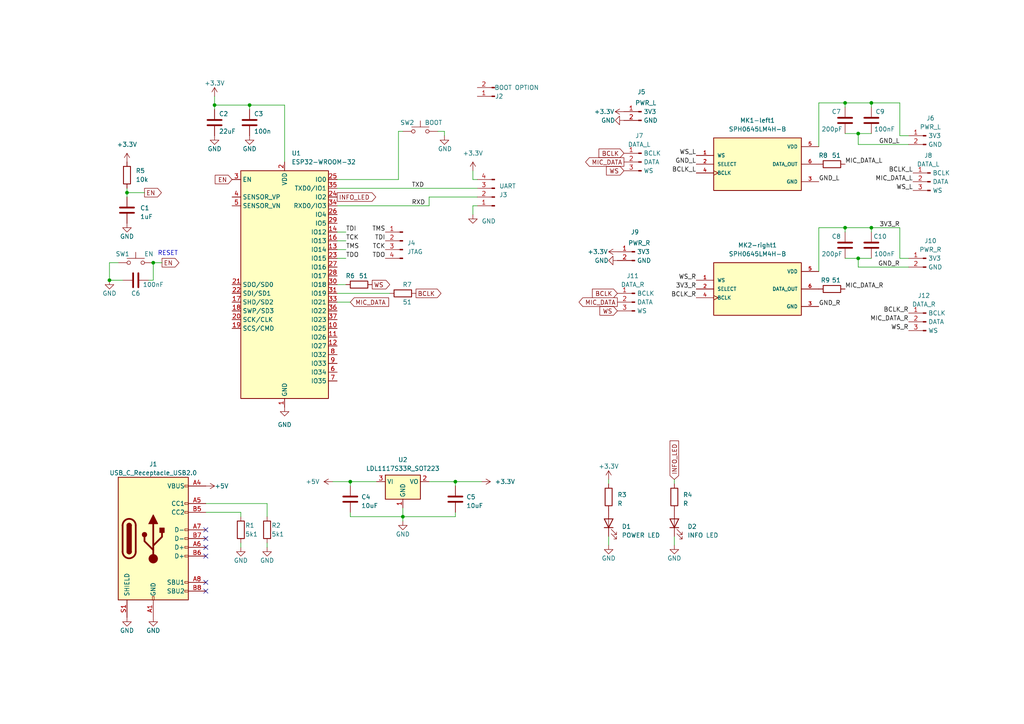
<source format=kicad_sch>
(kicad_sch (version 20230121) (generator eeschema)
  (paper "A4")
  (title_block (title "Acoustic Detection") (date "2023-04-10") (company "CTU FEL, Department of Measurement"))
  (lib_symbols
    (symbol "AcousticDetection_extras:DataConnector" (pin_names (offset 1.5)) (in_bom no)
      (property "Reference" "J" (at 0 10.16 0))
      (property "Value" "DataConnector" (at 0 7.62 0))
      (symbol "DataConnector_1_1"
        (rectangle (start -2.54 -2.413) (end -1.6764 -2.667) (stroke (width 0.1524)) (fill (type outline)))
        (rectangle (start -2.54 0.127) (end -1.6764 -0.127) (stroke (width 0.1524)) (fill (type outline)))
        (rectangle (start -2.54 2.667) (end -1.6764 2.413) (stroke (width 0.1524)) (fill (type outline)))
        (pin input line (at 2.54 2.54 180) (length 4.2) (name "BCLK") (number "1"))
        (pin output line (at 2.54 0 180) (length 4.2) (name "DATA") (number "2"))
        (pin input line (at 2.54 -2.54 180) (length 4.2) (name "WS") (number "3"))
      )
    )
    (symbol "AcousticDetection_extras:PowerConnector" (pin_names (offset 1.5)) (in_bom no)
      (property "Reference" "J" (at 0 7.62 0))
      (property "Value" "PowerConnector" (at 0 5.08 0))
      (symbol "PowerConnector_1_1"
        (rectangle (start -2.54 -1.143) (end -1.6764 -1.397) (stroke (width 0.1524)) (fill (type outline)))
        (rectangle (start -2.54 1.397) (end -1.6764 1.143) (stroke (width 0.1524)) (fill (type outline)))
        (pin power_in line (at 2.54 1.27 180) (length 4.2) (name "3V3") (number "1"))
        (pin power_in line (at 2.54 -1.27 180) (length 4.2) (name "GND") (number "2"))
      )
    )
    (symbol "Connector:Conn_01x02_Pin" (pin_names (offset 1.016) hide)
      (property "Reference" "J" (at 0 2.54 0))
      (property "Value" "Conn_01x02_Pin" (at 0 -5.08 0))
      (symbol "Conn_01x02_Pin_1_1"
        (polyline (pts (xy 1.27 -2.54) (xy 0.8636 -2.54)) (stroke (width 0.1524)))
        (polyline (pts (xy 1.27 0) (xy 0.8636 0)) (stroke (width 0.1524)))
        (rectangle (start 0.8636 -2.413) (end 0 -2.667) (stroke (width 0.1524)) (fill (type outline)))
        (rectangle (start 0.8636 0.127) (end 0 -0.127) (stroke (width 0.1524)) (fill (type outline)))
        (pin passive line (at 5.08 0 180) (length 3.81) (name "Pin_1") (number "1"))
        (pin passive line (at 5.08 -2.54 180) (length 3.81) (name "Pin_2") (number "2"))
      )
    )
    (symbol "Connector:Conn_01x04_Pin" (pin_names (offset 1.016) hide)
      (property "Reference" "J" (at 0 5.08 0))
      (property "Value" "Conn_01x04_Pin" (at 0 -7.62 0))
      (symbol "Conn_01x04_Pin_1_1"
        (polyline (pts (xy 1.27 -5.08) (xy 0.8636 -5.08)) (stroke (width 0.1524)))
        (polyline (pts (xy 1.27 -2.54) (xy 0.8636 -2.54)) (stroke (width 0.1524)))
        (polyline (pts (xy 1.27 0) (xy 0.8636 0)) (stroke (width 0.1524)))
        (polyline (pts (xy 1.27 2.54) (xy 0.8636 2.54)) (stroke (width 0.1524)))
        (rectangle (start 0.8636 -4.953) (end 0 -5.207) (stroke (width 0.1524)) (fill (type outline)))
        (rectangle (start 0.8636 -2.413) (end 0 -2.667) (stroke (width 0.1524)) (fill (type outline)))
        (rectangle (start 0.8636 0.127) (end 0 -0.127) (stroke (width 0.1524)) (fill (type outline)))
        (rectangle (start 0.8636 2.667) (end 0 2.413) (stroke (width 0.1524)) (fill (type outline)))
        (pin passive line (at 5.08 2.54 180) (length 3.81) (name "Pin_1") (number "1"))
        (pin passive line (at 5.08 0 180) (length 3.81) (name "Pin_2") (number "2"))
        (pin passive line (at 5.08 -2.54 180) (length 3.81) (name "Pin_3") (number "3"))
        (pin passive line (at 5.08 -5.08 180) (length 3.81) (name "Pin_4") (number "4"))
      )
    )
    (symbol "Connector:USB_C_Receptacle_USB2.0" (pin_names (offset 1.016))
      (property "Reference" "J" (at -10.16 19.05 0))
      (property "Value" "USB_C_Receptacle_USB2.0" (at 19.05 19.05 0))
      (symbol "USB_C_Receptacle_USB2.0_0_0"
        (rectangle (start -0.254 -17.78) (end 0.254 -16.764))
        (rectangle (start 10.16 -14.986) (end 9.144 -15.494))
        (rectangle (start 10.16 -12.446) (end 9.144 -12.954))
        (rectangle (start 10.16 -4.826) (end 9.144 -5.334))
        (rectangle (start 10.16 -2.286) (end 9.144 -2.794))
        (rectangle (start 10.16 0.254) (end 9.144 -0.254))
        (rectangle (start 10.16 2.794) (end 9.144 2.286))
        (rectangle (start 10.16 7.874) (end 9.144 7.366))
        (rectangle (start 10.16 10.414) (end 9.144 9.906))
        (rectangle (start 10.16 15.494) (end 9.144 14.986))
      )
      (symbol "USB_C_Receptacle_USB2.0_0_1"
        (rectangle (start -10.16 17.78) (end 10.16 -17.78) (stroke (width 0.254)) (fill (type background)))
        (arc (start -8.89 -3.81) (mid -6.985 -5.7067) (end -5.08 -3.81) (stroke (width 0.508)))
        (arc (start -7.62 -3.81) (mid -6.985 -4.4423) (end -6.35 -3.81) (stroke (width 0.254)))
        (arc (start -7.62 -3.81) (mid -6.985 -4.4423) (end -6.35 -3.81) (stroke (width 0.254)) (fill (type outline)))
        (rectangle (start -7.62 -3.81) (end -6.35 3.81) (stroke (width 0.254)) (fill (type outline)))
        (arc (start -6.35 3.81) (mid -6.985 4.4423) (end -7.62 3.81) (stroke (width 0.254)))
        (arc (start -6.35 3.81) (mid -6.985 4.4423) (end -7.62 3.81) (stroke (width 0.254)) (fill (type outline)))
        (arc (start -5.08 3.81) (mid -6.985 5.7067) (end -8.89 3.81) (stroke (width 0.508)))
        (circle (center -2.54 1.143) (radius 0.635) (stroke (width 0.254)) (fill (type outline)))
        (circle (center 0 -5.842) (radius 1.27) (fill (type outline)))
        (polyline (pts (xy -8.89 -3.81) (xy -8.89 3.81)) (stroke (width 0.508)))
        (polyline (pts (xy -5.08 3.81) (xy -5.08 -3.81)) (stroke (width 0.508)))
        (polyline (pts (xy 0 -5.842) (xy 0 4.318)) (stroke (width 0.508)))
        (polyline (pts (xy 0 -3.302) (xy -2.54 -0.762) (xy -2.54 0.508)) (stroke (width 0.508)))
        (polyline (pts (xy 0 -2.032) (xy 2.54 0.508) (xy 2.54 1.778)) (stroke (width 0.508)))
        (polyline (pts (xy -1.27 4.318) (xy 0 6.858) (xy 1.27 4.318) (xy -1.27 4.318)) (stroke (width 0.254)) (fill (type outline)))
        (rectangle (start 1.905 1.778) (end 3.175 3.048) (stroke (width 0.254)) (fill (type outline)))
      )
      (symbol "USB_C_Receptacle_USB2.0_1_1"
        (pin passive line (at 0 -22.86 90) (length 5.08) (name "GND") (number "A1"))
        (pin passive line (at 0 -22.86 90) (length 5.08) hide (name "GND") (number "A12"))
        (pin passive line (at 15.24 15.24 180) (length 5.08) (name "VBUS") (number "A4"))
        (pin bidirectional line (at 15.24 10.16 180) (length 5.08) (name "CC1") (number "A5"))
        (pin bidirectional line (at 15.24 -2.54 180) (length 5.08) (name "D+") (number "A6"))
        (pin bidirectional line (at 15.24 2.54 180) (length 5.08) (name "D-") (number "A7"))
        (pin bidirectional line (at 15.24 -12.7 180) (length 5.08) (name "SBU1") (number "A8"))
        (pin passive line (at 15.24 15.24 180) (length 5.08) hide (name "VBUS") (number "A9"))
        (pin passive line (at 0 -22.86 90) (length 5.08) hide (name "GND") (number "B1"))
        (pin passive line (at 0 -22.86 90) (length 5.08) hide (name "GND") (number "B12"))
        (pin passive line (at 15.24 15.24 180) (length 5.08) hide (name "VBUS") (number "B4"))
        (pin bidirectional line (at 15.24 7.62 180) (length 5.08) (name "CC2") (number "B5"))
        (pin bidirectional line (at 15.24 -5.08 180) (length 5.08) (name "D+") (number "B6"))
        (pin bidirectional line (at 15.24 0 180) (length 5.08) (name "D-") (number "B7"))
        (pin bidirectional line (at 15.24 -15.24 180) (length 5.08) (name "SBU2") (number "B8"))
        (pin passive line (at 15.24 15.24 180) (length 5.08) hide (name "VBUS") (number "B9"))
        (pin passive line (at -7.62 -22.86 90) (length 5.08) (name "SHIELD") (number "S1"))
      )
    )
    (symbol "Device:C" (pin_numbers hide) (pin_names (offset 0.254))
      (property "Reference" "C" (at 0.635 2.54 0))
      (property "Value" "C" (at 0.635 -2.54 0))
      (symbol "C_0_1"
        (polyline (pts (xy -2.032 -0.762) (xy 2.032 -0.762)) (stroke (width 0.508)))
        (polyline (pts (xy -2.032 0.762) (xy 2.032 0.762)) (stroke (width 0.508)))
      )
      (symbol "C_1_1"
        (pin passive line (at 0 3.81 270) (length 2.794) (name "~") (number "1"))
        (pin passive line (at 0 -3.81 90) (length 2.794) (name "~") (number "2"))
      )
    )
    (symbol "Device:LED" (pin_numbers hide) (pin_names (offset 1.016) hide)
      (property "Reference" "D" (at 0 2.54 0))
      (property "Value" "LED" (at 0 -2.54 0))
      (symbol "LED_0_1"
        (polyline (pts (xy -1.27 -1.27) (xy -1.27 1.27)) (stroke (width 0.254)))
        (polyline (pts (xy -1.27 0) (xy 1.27 0)))
        (polyline (pts (xy 1.27 -1.27) (xy 1.27 1.27) (xy -1.27 0) (xy 1.27 -1.27)) (stroke (width 0.254)))
        (polyline (pts (xy -3.048 -0.762) (xy -4.572 -2.286) (xy -3.81 -2.286) (xy -4.572 -2.286) (xy -4.572 -1.524)))
        (polyline (pts (xy -1.778 -0.762) (xy -3.302 -2.286) (xy -2.54 -2.286) (xy -3.302 -2.286) (xy -3.302 -1.524)))
      )
      (symbol "LED_1_1"
        (pin passive line (at -3.81 0 0) (length 2.54) (name "K") (number "1"))
        (pin passive line (at 3.81 0 180) (length 2.54) (name "A") (number "2"))
      )
    )
    (symbol "Device:R" (pin_numbers hide) (pin_names (offset 0))
      (property "Reference" "R" (at 2.032 0 90))
      (property "Value" "R" (at 0 0 90))
      (symbol "R_0_1"
        (rectangle (start -1.016 -2.54) (end 1.016 2.54) (stroke (width 0.254)))
      )
      (symbol "R_1_1"
        (pin passive line (at 0 3.81 270) (length 1.27) (name "~") (number "1"))
        (pin passive line (at 0 -3.81 90) (length 1.27) (name "~") (number "2"))
      )
    )
    (symbol "RF_Module:ESP32-WROOM-32"
      (property "Reference" "U" (at -12.7 34.29 0))
      (property "Value" "ESP32-WROOM-32" (at 1.27 34.29 0))
      (symbol "ESP32-WROOM-32_0_1"
        (rectangle (start -12.7 33.02) (end 12.7 -33.02) (stroke (width 0.254)) (fill (type background)))
      )
      (symbol "ESP32-WROOM-32_1_1"
        (pin power_in line (at 0 -35.56 90) (length 2.54) (name "GND") (number "1"))
        (pin bidirectional line (at 15.24 -12.7 180) (length 2.54) (name "IO25") (number "10"))
        (pin bidirectional line (at 15.24 -15.24 180) (length 2.54) (name "IO26") (number "11"))
        (pin bidirectional line (at 15.24 -17.78 180) (length 2.54) (name "IO27") (number "12"))
        (pin bidirectional line (at 15.24 10.16 180) (length 2.54) (name "IO14") (number "13"))
        (pin bidirectional line (at 15.24 15.24 180) (length 2.54) (name "IO12") (number "14"))
        (pin passive line (at 0 -35.56 90) (length 2.54) hide (name "GND") (number "15"))
        (pin bidirectional line (at 15.24 12.7 180) (length 2.54) (name "IO13") (number "16"))
        (pin bidirectional line (at -15.24 -5.08 0) (length 2.54) (name "SHD/SD2") (number "17"))
        (pin bidirectional line (at -15.24 -7.62 0) (length 2.54) (name "SWP/SD3") (number "18"))
        (pin bidirectional line (at -15.24 -12.7 0) (length 2.54) (name "SCS/CMD") (number "19"))
        (pin power_in line (at 0 35.56 270) (length 2.54) (name "VDD") (number "2"))
        (pin bidirectional line (at -15.24 -10.16 0) (length 2.54) (name "SCK/CLK") (number "20"))
        (pin bidirectional line (at -15.24 0 0) (length 2.54) (name "SDO/SD0") (number "21"))
        (pin bidirectional line (at -15.24 -2.54 0) (length 2.54) (name "SDI/SD1") (number "22"))
        (pin bidirectional line (at 15.24 7.62 180) (length 2.54) (name "IO15") (number "23"))
        (pin bidirectional line (at 15.24 25.4 180) (length 2.54) (name "IO2") (number "24"))
        (pin bidirectional line (at 15.24 30.48 180) (length 2.54) (name "IO0") (number "25"))
        (pin bidirectional line (at 15.24 20.32 180) (length 2.54) (name "IO4") (number "26"))
        (pin bidirectional line (at 15.24 5.08 180) (length 2.54) (name "IO16") (number "27"))
        (pin bidirectional line (at 15.24 2.54 180) (length 2.54) (name "IO17") (number "28"))
        (pin bidirectional line (at 15.24 17.78 180) (length 2.54) (name "IO5") (number "29"))
        (pin input line (at -15.24 30.48 0) (length 2.54) (name "EN") (number "3"))
        (pin bidirectional line (at 15.24 0 180) (length 2.54) (name "IO18") (number "30"))
        (pin bidirectional line (at 15.24 -2.54 180) (length 2.54) (name "IO19") (number "31"))
        (pin no_connect line (at -12.7 -27.94 0) (length 2.54) hide (name "NC") (number "32"))
        (pin bidirectional line (at 15.24 -5.08 180) (length 2.54) (name "IO21") (number "33"))
        (pin bidirectional line (at 15.24 22.86 180) (length 2.54) (name "RXD0/IO3") (number "34"))
        (pin bidirectional line (at 15.24 27.94 180) (length 2.54) (name "TXD0/IO1") (number "35"))
        (pin bidirectional line (at 15.24 -7.62 180) (length 2.54) (name "IO22") (number "36"))
        (pin bidirectional line (at 15.24 -10.16 180) (length 2.54) (name "IO23") (number "37"))
        (pin passive line (at 0 -35.56 90) (length 2.54) hide (name "GND") (number "38"))
        (pin passive line (at 0 -35.56 90) (length 2.54) hide (name "GND") (number "39"))
        (pin input line (at -15.24 25.4 0) (length 2.54) (name "SENSOR_VP") (number "4"))
        (pin input line (at -15.24 22.86 0) (length 2.54) (name "SENSOR_VN") (number "5"))
        (pin input line (at 15.24 -25.4 180) (length 2.54) (name "IO34") (number "6"))
        (pin input line (at 15.24 -27.94 180) (length 2.54) (name "IO35") (number "7"))
        (pin bidirectional line (at 15.24 -20.32 180) (length 2.54) (name "IO32") (number "8"))
        (pin bidirectional line (at 15.24 -22.86 180) (length 2.54) (name "IO33") (number "9"))
      )
    )
    (symbol "Regulator_Linear:LD1117S33TR_SOT223"
      (property "Reference" "U" (at -3.81 3.175 0))
      (property "Value" "LD1117S33TR_SOT223" (at 0 3.175 0))
      (symbol "LD1117S33TR_SOT223_0_1"
        (rectangle (start -5.08 -5.08) (end 5.08 1.905) (stroke (width 0.254)) (fill (type background)))
      )
      (symbol "LD1117S33TR_SOT223_1_1"
        (pin power_in line (at 0 -7.62 90) (length 2.54) (name "GND") (number "1"))
        (pin power_out line (at 7.62 0 180) (length 2.54) (name "VO") (number "2"))
        (pin power_in line (at -7.62 0 0) (length 2.54) (name "VI") (number "3"))
      )
    )
    (symbol "SPH0645LM4H-B:SPH0645LM4H-B" (pin_names (offset 1.016))
      (property "Reference" "MK" (at -12.7399 8.1466 0))
      (property "Value" "SPH0645LM4H-B" (at -12.7473 -10.1926 0))
      (symbol "SPH0645LM4H-B_0_0"
        (rectangle (start -12.7 -7.62) (end 12.7 7.62) (stroke (width 0.254)) (fill (type background)))
        (pin input line (at -17.78 2.54 0) (length 5.08) (name "WS") (number "1"))
        (pin input line (at -17.78 0 0) (length 5.08) (name "SELECT") (number "2"))
        (pin power_in line (at 17.78 -5.08 180) (length 5.08) (name "GND") (number "3"))
        (pin input clock (at -17.78 -2.54 0) (length 5.08) (name "BCLK") (number "4"))
        (pin power_in line (at 17.78 5.08 180) (length 5.08) (name "VDD") (number "5"))
        (pin output line (at 17.78 0 180) (length 5.08) (name "DATA_OUT") (number "6"))
      )
    )
    (symbol "Switch:SW_Push" (pin_numbers hide) (pin_names (offset 1.016) hide)
      (property "Reference" "SW" (at 1.27 2.54 0))
      (property "Value" "SW_Push" (at 0 -1.524 0))
      (symbol "SW_Push_0_1"
        (circle (center -2.032 0) (radius 0.508))
        (polyline (pts (xy 0 1.27) (xy 0 3.048)))
        (polyline (pts (xy 2.54 1.27) (xy -2.54 1.27)))
        (circle (center 2.032 0) (radius 0.508))
        (pin passive line (at -5.08 0 0) (length 2.54) (name "1") (number "1"))
        (pin passive line (at 5.08 0 180) (length 2.54) (name "2") (number "2"))
      )
    )
    (symbol "power:+3.3V" (power) (pin_names (offset 0))
      (property "Value" "+3.3V" (at 0 3.556 0))
      (symbol "+3.3V_0_1"
        (polyline (pts (xy -0.762 1.27) (xy 0 2.54)))
        (polyline (pts (xy 0 0) (xy 0 2.54)))
        (polyline (pts (xy 0 2.54) (xy 0.762 1.27)))
      )
      (symbol "+3.3V_1_1"
        (pin power_in line (at 0 0 90) (length 0) hide (name "+3.3V") (number "1"))
      )
    )
    (symbol "power:+5V" (power) (pin_names (offset 0))
      (property "Value" "+5V" (at 0 3.556 0))
      (symbol "+5V_0_1"
        (polyline (pts (xy -0.762 1.27) (xy 0 2.54)))
        (polyline (pts (xy 0 0) (xy 0 2.54)))
        (polyline (pts (xy 0 2.54) (xy 0.762 1.27)))
      )
      (symbol "+5V_1_1"
        (pin power_in line (at 0 0 90) (length 0) hide (name "+5V") (number "1"))
      )
    )
    (symbol "power:GND" (power) (pin_names (offset 0))
      (property "Value" "GND" (at 0 -3.81 0))
      (symbol "GND_0_1"
        (polyline (pts (xy 0 0) (xy 0 -1.27) (xy 1.27 -1.27) (xy 0 -2.54) (xy -1.27 -1.27) (xy 0 -1.27)))
      )
      (symbol "GND_1_1"
        (pin power_in line (at 0 0 270) (length 0) hide (name "GND") (number "1"))
      )
    )
  )
  (junction (at 101.6 139.7))
  (junction (at 116.84 149.86))
  (junction (at 44.45 76.2))
  (junction (at 248.92 38.735))
  (junction (at 252.73 66.04))
  (junction (at 245.11 66.04))
  (junction (at 252.73 29.845))
  (junction (at 31.75 81.28))
  (junction (at 248.92 74.93))
  (junction (at 36.83 55.88))
  (junction (at 245.11 29.845))
  (junction (at 62.23 30.48))
  (junction (at 132.08 139.7))
  (junction (at 72.39 30.48))
  (no_connect (at 59.69 156.21))
  (no_connect (at 59.69 158.75))
  (no_connect (at 59.69 168.91))
  (no_connect (at 59.69 171.45))
  (no_connect (at 59.69 161.29))
  (no_connect (at 59.69 153.67))
  (wire (pts (xy 237.49 29.845) (xy 237.49 42.545)))
  (wire (pts (xy 176.53 139.065) (xy 176.53 140.335)))
  (wire (pts (xy 77.47 157.48) (xy 77.47 158.75)))
  (wire (pts (xy 138.43 52.07) (xy 137.16 52.07)))
  (wire (pts (xy 124.46 57.15) (xy 138.43 57.15)))
  (wire (pts (xy 82.55 30.48) (xy 72.39 30.48)))
  (wire (pts (xy 237.49 29.845) (xy 245.11 29.845)))
  (wire (pts (xy 116.84 149.86) (xy 116.84 151.13)))
  (wire (pts (xy 252.73 66.04) (xy 252.73 67.31)))
  (wire (pts (xy 245.11 74.93) (xy 248.92 74.93)))
  (wire (pts (xy 176.53 155.575) (xy 176.53 158.115)))
  (wire (pts (xy 132.08 149.86) (xy 116.84 149.86)))
  (wire (pts (xy 138.43 59.69) (xy 137.16 59.69)))
  (wire (pts (xy 245.11 29.845) (xy 252.73 29.845)))
  (wire (pts (xy 36.83 55.88) (xy 36.83 57.15)))
  (wire (pts (xy 245.11 31.115) (xy 245.11 29.845)))
  (wire (pts (xy 137.16 59.69) (xy 137.16 62.23)))
  (wire (pts (xy 115.57 52.07) (xy 115.57 38.1)))
  (wire (pts (xy 248.92 77.47) (xy 263.525 77.47)))
  (wire (pts (xy 237.49 66.04) (xy 237.49 78.74)))
  (wire (pts (xy 97.79 74.93) (xy 100.33 74.93)))
  (wire (pts (xy 132.08 149.86) (xy 132.08 148.59)))
  (wire (pts (xy 97.79 59.69) (xy 124.46 59.69)))
  (wire (pts (xy 195.58 139.065) (xy 195.58 140.335)))
  (wire (pts (xy 116.84 149.86) (xy 116.84 147.32)))
  (wire (pts (xy 59.69 146.05) (xy 77.47 146.05)))
  (wire (pts (xy 97.79 72.39) (xy 100.33 72.39)))
  (wire (pts (xy 101.6 139.7) (xy 101.6 140.97)))
  (wire (pts (xy 97.79 54.61) (xy 138.43 54.61)))
  (wire (pts (xy 245.11 66.04) (xy 252.73 66.04)))
  (wire (pts (xy 245.11 67.31) (xy 245.11 66.04)))
  (wire (pts (xy 44.45 76.2) (xy 44.45 81.28)))
  (wire (pts (xy 97.79 69.85) (xy 100.33 69.85)))
  (wire (pts (xy 62.23 31.75) (xy 62.23 30.48)))
  (wire (pts (xy 132.08 139.7) (xy 132.08 140.97)))
  (wire (pts (xy 260.985 29.845) (xy 260.985 39.37)))
  (wire (pts (xy 97.79 82.55) (xy 100.33 82.55)))
  (wire (pts (xy 62.23 27.94) (xy 62.23 30.48)))
  (wire (pts (xy 263.525 41.91) (xy 248.92 41.91)))
  (wire (pts (xy 82.55 46.99) (xy 82.55 30.48)))
  (wire (pts (xy 72.39 30.48) (xy 72.39 31.75)))
  (wire (pts (xy 36.83 55.88) (xy 41.91 55.88)))
  (wire (pts (xy 97.79 52.07) (xy 115.57 52.07)))
  (wire (pts (xy 260.985 39.37) (xy 263.525 39.37)))
  (wire (pts (xy 44.45 81.28) (xy 43.18 81.28)))
  (wire (pts (xy 248.92 74.93) (xy 248.92 77.47)))
  (wire (pts (xy 62.23 30.48) (xy 72.39 30.48)))
  (wire (pts (xy 252.73 29.845) (xy 260.985 29.845)))
  (wire (pts (xy 77.47 146.05) (xy 77.47 149.86)))
  (wire (pts (xy 195.58 155.575) (xy 195.58 158.115)))
  (wire (pts (xy 132.08 139.7) (xy 139.7 139.7)))
  (wire (pts (xy 137.16 52.07) (xy 137.16 49.53)))
  (wire (pts (xy 69.85 148.59) (xy 69.85 149.86)))
  (wire (pts (xy 31.75 81.28) (xy 35.56 81.28)))
  (wire (pts (xy 97.79 85.09) (xy 113.03 85.09)))
  (wire (pts (xy 248.92 74.93) (xy 252.73 74.93)))
  (wire (pts (xy 237.49 66.04) (xy 245.11 66.04)))
  (wire (pts (xy 59.69 148.59) (xy 69.85 148.59)))
  (wire (pts (xy 97.79 67.31) (xy 100.33 67.31)))
  (wire (pts (xy 260.985 74.93) (xy 263.525 74.93)))
  (wire (pts (xy 245.11 38.735) (xy 248.92 38.735)))
  (wire (pts (xy 128.905 38.1) (xy 128.905 39.37)))
  (wire (pts (xy 124.46 139.7) (xy 132.08 139.7)))
  (wire (pts (xy 252.73 66.04) (xy 260.985 66.04)))
  (wire (pts (xy 96.52 139.7) (xy 101.6 139.7)))
  (wire (pts (xy 44.45 76.2) (xy 46.99 76.2)))
  (wire (pts (xy 127 38.1) (xy 128.905 38.1)))
  (wire (pts (xy 115.57 38.1) (xy 116.84 38.1)))
  (wire (pts (xy 248.92 41.91) (xy 248.92 38.735)))
  (wire (pts (xy 116.84 149.86) (xy 101.6 149.86)))
  (wire (pts (xy 109.22 139.7) (xy 101.6 139.7)))
  (wire (pts (xy 97.79 87.63) (xy 101.6 87.63)))
  (wire (pts (xy 69.85 157.48) (xy 69.85 158.75)))
  (wire (pts (xy 36.83 54.61) (xy 36.83 55.88)))
  (wire (pts (xy 252.73 29.845) (xy 252.73 31.115)))
  (wire (pts (xy 260.985 66.04) (xy 260.985 74.93)))
  (wire (pts (xy 124.46 59.69) (xy 124.46 57.15)))
  (wire (pts (xy 34.29 76.2) (xy 31.75 76.2)))
  (wire (pts (xy 248.92 38.735) (xy 252.73 38.735)))
  (wire (pts (xy 31.75 76.2) (xy 31.75 81.28)))
  (wire (pts (xy 101.6 149.86) (xy 101.6 148.59)))
  (text "RESET" (at 45.72 74.295 0) (effects (font (size 1.27 1.27)) (justify left bottom)))
  (label "BCLK_L" (at 264.795 50.165 180))
  (label "GND_L" (at 260.985 41.91 180))
  (label "GND_R" (at 237.49 88.9 0))
  (label "MIC_DATA_L" (at 264.795 52.705 180))
  (label "BCLK_R" (at 201.93 86.36 180))
  (label "TMS" (at 100.33 72.39 0))
  (label "TDI" (at 111.76 69.85 180))
  (label "TDO" (at 100.33 74.93 0))
  (label "3V3_R" (at 201.93 83.82 180))
  (label "MIC_DATA_R" (at 245.11 83.82 0))
  (label "WS_L" (at 201.93 45.085 180))
  (label "WS_L" (at 264.795 55.245 180))
  (label "TCK" (at 111.76 72.39 180))
  (label "WS_R" (at 201.93 81.28 180))
  (label "TXD" (at 119.38 54.61 0))
  (label "WS_R" (at 263.525 95.885 180))
  (label "GND_L" (at 237.49 52.705 0))
  (label "TMS" (at 111.76 67.31 180))
  (label "TCK" (at 100.33 69.85 0))
  (label "TDO" (at 111.76 74.93 180))
  (label "MIC_DATA_L" (at 245.11 47.625 0))
  (label "BCLK_R" (at 263.525 90.805 180))
  (label "GND_L" (at 201.93 47.625 180))
  (label "MIC_DATA_R" (at 263.525 93.345 180))
  (label "BCLK_L" (at 201.93 50.165 180))
  (label "3V3_R" (at 260.985 66.04 180))
  (label "GND_R" (at 260.985 77.47 180))
  (label "RXD" (at 119.38 59.69 0))
  (label "TDI" (at 100.33 67.31 0))
  (global_label "MIC_DATA" (shape output) (at 180.975 46.99 180) (property "Intersheetrefs" "${INTERSHEET_REFS}" (effects hide)))
  (global_label "INFO_LED" (shape input) (at 195.58 139.065 90) (property "Intersheetrefs" "${INTERSHEET_REFS}" (effects hide)))
  (global_label "BCLK" (shape input) (at 179.07 85.09 180) (property "Intersheetrefs" "${INTERSHEET_REFS}" (effects hide)))
  (global_label "EN" (shape output) (at 46.99 76.2 0) (property "Intersheetrefs" "${INTERSHEET_REFS}" (effects hide)))
  (global_label "WS" (shape output) (at 107.95 82.55 0) (property "Intersheetrefs" "${INTERSHEET_REFS}" (effects hide)))
  (global_label "BCLK" (shape output) (at 120.65 85.09 0) (property "Intersheetrefs" "${INTERSHEET_REFS}" (effects hide)))
  (global_label "INFO_LED" (shape output) (at 97.79 57.15 0) (property "Intersheetrefs" "${INTERSHEET_REFS}" (effects hide)))
  (global_label "BCLK" (shape input) (at 180.975 44.45 180) (property "Intersheetrefs" "${INTERSHEET_REFS}" (effects hide)))
  (global_label "MIC_DATA" (shape input) (at 101.6 87.63 0) (property "Intersheetrefs" "${INTERSHEET_REFS}" (effects hide)))
  (global_label "EN" (shape output) (at 41.91 55.88 0) (property "Intersheetrefs" "${INTERSHEET_REFS}" (effects hide)))
  (global_label "WS" (shape input) (at 179.07 90.17 180) (property "Intersheetrefs" "${INTERSHEET_REFS}" (effects hide)))
  (global_label "EN" (shape input) (at 67.31 52.07 180) (property "Intersheetrefs" "${INTERSHEET_REFS}" (effects hide)))
  (global_label "MIC_DATA" (shape output) (at 179.07 87.63 180) (property "Intersheetrefs" "${INTERSHEET_REFS}" (effects hide)))
  (global_label "WS" (shape input) (at 180.975 49.53 180) (property "Intersheetrefs" "${INTERSHEET_REFS}" (effects hide)))
  (symbol (lib_id "power:+3.3V") (at 179.07 73.025 90) (mirror x) (unit 1)
    (property "Reference" "#PWR014" (effects hide))
    (property "Value" "+3.3V" (at 173.355 73.025 90))
  )
  (symbol (lib_id "SPH0645LM4H-B:SPH0645LM4H-B") (at 219.71 83.82 0) (unit 1)
    (property "Reference" "MK2-right1" (at 219.71 71.12 0))
    (property "Value" "SPH0645LM4H-B" (at 219.71 73.66 0))
    (property "Footprint" "SPH0645LM4H-B:MIC_SPH0645LM4H-B" (effects hide))
    (property "AVAILABILITY" "Unavailable" (effects hide))
    (property "DESCRIPTION" "Mic Mems Digital I2s Omni -26db" (effects hide))
    (property "MF" "Knowles" (effects hide))
    (property "PRICE" "None" (effects hide))
    (property "MP" "SPH0645LM4H-B" (effects hide))
    (property "PACKAGE" "SIP-7 Bourns" (effects hide))
    (property "Shop" "https://cz.mouser.com/ProductDetail/Knowles/SPH0645LM4H-B?qs=vWxAESdW%252B03xAMCR63JEHA%3D%3D" (effects hide))
  )
  (symbol (lib_id "AcousticDetection_extras:PowerConnector") (at 181.61 74.295 0) (mirror y) (unit 1) (in_bom no)
    (property "Reference" "J9" (at 184.15 67.31 0))
    (property "Value" "PWR_R" (at 185.42 70.485 0))
    (property "Footprint" "AcousticDetection_extras:PowerConnector" (effects hide))
  )
  (symbol (lib_id "AcousticDetection_extras:DataConnector") (at 181.61 87.63 0) (mirror y) (unit 1) (in_bom no)
    (property "Reference" "J11" (at 183.515 80.01 0))
    (property "Value" "DATA_R" (at 183.515 82.55 0))
    (property "Footprint" "AcousticDetection_extras:DataConnector" (effects hide))
  )
  (symbol (lib_id "Switch:SW_Push") (at 121.92 38.1 0) (unit 1)
    (property "Reference" "SW2" (at 118.11 35.56 0))
    (property "Value" "BOOT" (at 125.73 35.56 0))
    (property "Footprint" "Button_Switch_SMD:SW_Tactile_SPST_NO_Straight_CK_PTS636Sx25SMTRLFS" (effects hide))
    (property "Shop" "https://www.gme.cz/v/1497543/ts1107gs-5-t-r-mikrospinac" (effects hide))
  )
  (symbol (lib_id "Device:C") (at 252.73 71.12 180) (unit 1)
    (property "Reference" "C10" (at 255.27 68.58 0))
    (property "Value" "100nF" (at 256.54 73.66 0))
    (property "Footprint" "Capacitor_SMD:C_0805_2012Metric_Pad1.18x1.45mm_HandSolder" (effects hide))
  )
  (symbol (lib_id "power:GND") (at 62.23 39.37 0) (unit 1)
    (property "Reference" "#PWR07" (effects hide))
    (property "Value" "GND" (at 62.23 43.18 0))
  )
  (symbol (lib_id "AcousticDetection_extras:DataConnector") (at 183.515 46.99 0) (mirror y) (unit 1) (in_bom no)
    (property "Reference" "J7" (at 185.42 39.37 0))
    (property "Value" "DATA_L" (at 185.42 41.91 0))
    (property "Footprint" "AcousticDetection_extras:DataConnector" (effects hide))
  )
  (symbol (lib_id "power:+3.3V") (at 139.7 139.7 270) (unit 1)
    (property "Reference" "#PWR018" (effects hide))
    (property "Value" "+3.3V" (at 143.51 139.6999 90) (effects (justify left)))
  )
  (symbol (lib_id "Device:C") (at 245.11 71.12 180) (unit 1)
    (property "Reference" "C8" (at 242.57 68.58 0))
    (property "Value" "200pF" (at 241.3 73.66 0))
    (property "Footprint" "Capacitor_SMD:C_0805_2012Metric_Pad1.18x1.45mm_HandSolder" (effects hide))
  )
  (symbol (lib_id "Switch:SW_Push") (at 39.37 76.2 0) (unit 1)
    (property "Reference" "SW1" (at 35.56 73.66 0))
    (property "Value" "EN" (at 43.18 73.66 0))
    (property "Footprint" "Button_Switch_SMD:SW_Tactile_SPST_NO_Straight_CK_PTS636Sx25SMTRLFS" (effects hide))
    (property "Shop" "https://www.gme.cz/v/1497543/ts1107gs-5-t-r-mikrospinac" (effects hide))
  )
  (symbol (lib_id "Device:C") (at 252.73 34.925 180) (unit 1)
    (property "Reference" "C9" (at 255.27 32.385 0))
    (property "Value" "100nF" (at 256.54 37.465 0))
    (property "Footprint" "Capacitor_SMD:C_0805_2012Metric_Pad1.18x1.45mm_HandSolder" (effects hide))
  )
  (symbol (lib_id "Connector:Conn_01x02_Pin") (at 143.51 27.94 180) (unit 1)
    (property "Reference" "J2" (at 144.78 27.94 0))
    (property "Value" "BOOT OPTION" (at 149.86 25.4 0))
    (property "Footprint" "Connector_PinHeader_2.54mm:PinHeader_1x02_P2.54mm_Vertical" (effects hide))
  )
  (symbol (lib_id "power:+5V") (at 96.52 139.7 90) (unit 1)
    (property "Reference" "#PWR016" (effects hide))
    (property "Value" "+5V" (at 92.71 139.6999 90) (effects (justify left)))
  )
  (symbol (lib_id "power:+3.3V") (at 36.83 46.99 0) (unit 1)
    (property "Reference" "#PWR0101" (effects hide))
    (property "Value" "+3.3V" (at 36.83 41.91 0))
  )
  (symbol (lib_id "power:GND") (at 36.83 64.77 0) (unit 1)
    (property "Reference" "#PWR06" (effects hide))
    (property "Value" "GND" (at 36.83 68.58 0))
  )
  (symbol (lib_id "Device:C") (at 39.37 81.28 90) (mirror x) (unit 1)
    (property "Reference" "C6" (at 39.37 85.09 90))
    (property "Value" "100nF" (at 44.45 82.55 90))
    (property "Footprint" "Capacitor_SMD:C_0805_2012Metric_Pad1.18x1.45mm_HandSolder" (effects hide))
  )
  (symbol (lib_id "AcousticDetection_extras:PowerConnector") (at 183.515 33.655 0) (mirror y) (unit 1) (in_bom no)
    (property "Reference" "J5" (at 186.055 26.67 0))
    (property "Value" "PWR_L" (at 187.325 29.845 0))
    (property "Footprint" "AcousticDetection_extras:PowerConnector" (effects hide))
  )
  (symbol (lib_id "Device:C") (at 132.08 144.78 0) (unit 1)
    (property "Reference" "C5" (at 135.255 144.145 0) (effects (justify left)))
    (property "Value" "10uF" (at 135.255 146.685 0) (effects (justify left)))
    (property "Footprint" "Capacitor_SMD:C_1206_3216Metric_Pad1.33x1.80mm_HandSolder" (effects hide))
  )
  (symbol (lib_id "Device:C") (at 245.11 34.925 180) (unit 1)
    (property "Reference" "C7" (at 242.57 32.385 0))
    (property "Value" "200pF" (at 241.3 37.465 0))
    (property "Footprint" "Capacitor_SMD:C_0805_2012Metric_Pad1.18x1.45mm_HandSolder" (effects hide))
  )
  (symbol (lib_id "Connector:USB_C_Receptacle_USB2.0") (at 44.45 156.21 0) (unit 1)
    (property "Reference" "J1" (at 44.45 134.62 0))
    (property "Value" "USB_C_Receptacle_USB2.0" (at 44.45 137.16 0))
    (property "Footprint" "Connector_USB:USB_C_Receptacle_GCT_USB4105-xx-A_16P_TopMnt_Horizontal" (effects hide))
    (property "Datasheet" "https://www.usb.org/sites/default/files/documents/usb_type-c.zip" (effects hide))
  )
  (symbol (lib_id "power:GND") (at 82.55 118.11 0) (unit 1)
    (property "Reference" "#PWR0111" (effects hide))
    (property "Value" "GND" (at 82.55 123.19 0))
  )
  (symbol (lib_id "AcousticDetection_extras:DataConnector") (at 266.065 93.345 0) (mirror y) (unit 1) (in_bom no)
    (property "Reference" "J12" (at 267.97 85.725 0))
    (property "Value" "DATA_R" (at 267.97 88.265 0))
    (property "Footprint" "AcousticDetection_extras:DataConnector" (effects hide))
  )
  (symbol (lib_id "Device:LED") (at 176.53 151.765 90) (unit 1)
    (property "Reference" "D1" (at 180.34 152.7175 90) (effects (justify right)))
    (property "Value" "POWER LED" (at 180.34 155.2575 90) (effects (justify right)))
    (property "Footprint" "LED_SMD:LED_0805_2012Metric_Pad1.15x1.40mm_HandSolder" (effects hide))
  )
  (symbol (lib_id "power:+3.3V") (at 137.16 49.53 0) (mirror y) (unit 1)
    (property "Reference" "#PWR05" (effects hide))
    (property "Value" "+3.3V" (at 137.16 44.45 0))
  )
  (symbol (lib_id "Device:LED") (at 195.58 151.765 90) (unit 1)
    (property "Reference" "D2" (at 199.39 152.7175 90) (effects (justify right)))
    (property "Value" "INFO LED" (at 199.39 155.2575 90) (effects (justify right)))
    (property "Footprint" "LED_SMD:LED_0805_2012Metric_Pad1.15x1.40mm_HandSolder" (effects hide))
  )
  (symbol (lib_id "Device:R") (at 104.14 82.55 90) (unit 1)
    (property "Reference" "R6" (at 101.6 80.01 90))
    (property "Value" "51" (at 105.41 80.01 90))
    (property "Footprint" "Resistor_SMD:R_0805_2012Metric_Pad1.20x1.40mm_HandSolder" (effects hide))
  )
  (symbol (lib_id "Device:R") (at 36.83 50.8 0) (unit 1)
    (property "Reference" "R5" (at 39.37 49.5299 0) (effects (justify left)))
    (property "Value" "10k" (at 39.37 52.0699 0) (effects (justify left)))
    (property "Footprint" "Resistor_SMD:R_0805_2012Metric_Pad1.20x1.40mm_HandSolder" (effects hide))
  )
  (symbol (lib_id "Connector:Conn_01x04_Pin") (at 143.51 57.15 180) (unit 1)
    (property "Reference" "J3" (at 144.78 56.515 0) (effects (justify right)))
    (property "Value" "UART" (at 144.78 53.975 0) (effects (justify right)))
    (property "Footprint" "Connector_PinHeader_2.54mm:PinHeader_1x04_P2.54mm_Vertical" (effects hide))
  )
  (symbol (lib_id "RF_Module:ESP32-WROOM-32") (at 82.55 82.55 0) (unit 1)
    (property "Reference" "U1" (at 84.5694 44.45 0) (effects (justify left)))
    (property "Value" "ESP32-WROOM-32" (at 84.5694 46.99 0) (effects (justify left)))
    (property "Footprint" "RF_Module:ESP32-WROOM-32" (effects hide))
    (property "Datasheet" "https://www.espressif.com/sites/default/files/documentation/esp32-wroom-32_datasheet_en.pdf" (effects hide))
    (property "Shop" "https://cz.mouser.com/ProductDetail/Espressif-Systems/ESP32-WROOM-32E-N8?qs=Li%252BoUPsLEnsLnZW%252BGLgUhw%3D%3D" (effects hide))
  )
  (symbol (lib_id "power:GND") (at 176.53 158.115 0) (unit 1)
    (property "Reference" "#PWR019" (effects hide))
    (property "Value" "GND" (at 176.53 161.925 0))
  )
  (symbol (lib_id "power:GND") (at 179.07 75.565 270) (unit 1)
    (property "Reference" "#PWR015" (effects hide))
    (property "Value" "GND" (at 176.53 75.565 90) (effects (justify right)))
  )
  (symbol (lib_id "power:+3.3V") (at 62.23 27.94 0) (unit 1)
    (property "Reference" "#PWR09" (effects hide))
    (property "Value" "+3.3V" (at 62.23 24.13 0))
  )
  (symbol (lib_id "power:GND") (at 137.16 62.23 0) (unit 1)
    (property "Reference" "#PWR0110" (effects hide))
    (property "Value" "GND" (at 139.7 64.135 0) (effects (justify left)))
  )
  (symbol (lib_id "power:GND") (at 69.85 158.75 0) (unit 1)
    (property "Reference" "#PWR010" (effects hide))
    (property "Value" "GND" (at 69.85 162.56 0))
  )
  (symbol (lib_id "Regulator_Linear:LD1117S33TR_SOT223") (at 116.84 139.7 0) (unit 1)
    (property "Reference" "U2" (at 116.84 133.35 0))
    (property "Value" "LDL1117S33R_SOT223" (at 116.84 135.89 0))
    (property "Footprint" "Package_TO_SOT_SMD:SOT-223-3_TabPin2" (effects hide))
    (property "Datasheet" "http://www.st.com/st-web-ui/static/active/en/resource/technical/document/datasheet/CD00000544.pdf" (effects hide))
    (property "Shop" "https://www.tme.eu/cz/details/ldl1117s33r/stabilizatory-napeti-neregulovane-ldo/stmicroelectronics/" (effects hide))
  )
  (symbol (lib_id "power:+3.3V") (at 180.975 32.385 90) (mirror x) (unit 1)
    (property "Reference" "#PWR012" (effects hide))
    (property "Value" "+3.3V" (at 175.26 32.385 90))
  )
  (symbol (lib_id "AcousticDetection_extras:DataConnector") (at 267.335 52.705 0) (mirror y) (unit 1) (in_bom no)
    (property "Reference" "J8" (at 269.24 45.085 0))
    (property "Value" "DATA_L" (at 269.24 47.625 0))
    (property "Footprint" "AcousticDetection_extras:DataConnector" (effects hide))
  )
  (symbol (lib_id "Device:R") (at 241.3 47.625 90) (unit 1)
    (property "Reference" "R8" (at 238.76 45.085 90))
    (property "Value" "51" (at 242.57 45.085 90))
    (property "Footprint" "Resistor_SMD:R_0805_2012Metric_Pad1.20x1.40mm_HandSolder" (effects hide))
  )
  (symbol (lib_id "power:GND") (at 116.84 151.13 0) (unit 1)
    (property "Reference" "#PWR017" (effects hide))
    (property "Value" "GND" (at 116.84 154.94 0))
  )
  (symbol (lib_id "power:GND") (at 44.45 179.07 0) (unit 1)
    (property "Reference" "#PWR02" (effects hide))
    (property "Value" "GND" (at 44.45 182.88 0))
  )
  (symbol (lib_id "Device:C") (at 72.39 35.56 180) (unit 1)
    (property "Reference" "C3" (at 73.66 33.02 0) (effects (justify right)))
    (property "Value" "100n" (at 73.66 38.1 0) (effects (justify right)))
    (property "Footprint" "Capacitor_SMD:C_0805_2012Metric_Pad1.18x1.45mm_HandSolder" (effects hide))
  )
  (symbol (lib_id "power:+3.3V") (at 176.53 139.065 0) (unit 1)
    (property "Reference" "#PWR021" (effects hide))
    (property "Value" "+3.3V" (at 176.53 135.255 0))
  )
  (symbol (lib_id "power:GND") (at 31.75 81.28 0) (unit 1)
    (property "Reference" "#PWR04" (effects hide))
    (property "Value" "GND" (at 31.75 85.09 0))
  )
  (symbol (lib_id "Device:R") (at 69.85 153.67 0) (unit 1)
    (property "Reference" "R1" (at 71.12 152.4 0) (effects (justify left)))
    (property "Value" "5k1" (at 71.12 154.94 0) (effects (justify left)))
    (property "Footprint" "Capacitor_SMD:C_0805_2012Metric_Pad1.18x1.45mm_HandSolder" (effects hide))
  )
  (symbol (lib_id "Device:C") (at 36.83 60.96 180) (unit 1)
    (property "Reference" "C1" (at 40.64 60.325 0) (effects (justify right)))
    (property "Value" "1uF" (at 40.64 62.865 0) (effects (justify right)))
    (property "Footprint" "Capacitor_SMD:C_0805_2012Metric_Pad1.18x1.45mm_HandSolder" (effects hide))
  )
  (symbol (lib_id "power:GND") (at 180.975 34.925 270) (unit 1)
    (property "Reference" "#PWR013" (effects hide))
    (property "Value" "GND" (at 178.435 34.925 90) (effects (justify right)))
  )
  (symbol (lib_id "power:GND") (at 195.58 158.115 0) (unit 1)
    (property "Reference" "#PWR022" (effects hide))
    (property "Value" "GND" (at 195.58 161.925 0))
  )
  (symbol (lib_id "Device:C") (at 62.23 35.56 180) (unit 1)
    (property "Reference" "C2" (at 63.5 33.02 0) (effects (justify right)))
    (property "Value" "22uF" (at 63.5 38.1 0) (effects (justify right)))
    (property "Footprint" "Capacitor_SMD:C_1206_3216Metric_Pad1.33x1.80mm_HandSolder" (effects hide))
  )
  (symbol (lib_id "power:+5V") (at 59.69 140.97 270) (unit 1)
    (property "Reference" "#PWR03" (effects hide))
    (property "Value" "+5V" (at 62.23 140.97 90) (effects (justify left)))
  )
  (symbol (lib_id "power:GND") (at 128.905 39.37 0) (unit 1)
    (property "Reference" "#PWR0113" (effects hide))
    (property "Value" "GND" (at 127 43.18 0) (effects (justify left)))
  )
  (symbol (lib_id "Device:R") (at 116.84 85.09 90) (unit 1)
    (property "Reference" "R7" (at 118.11 82.55 90))
    (property "Value" "51" (at 118.11 87.63 90))
    (property "Footprint" "Resistor_SMD:R_0805_2012Metric_Pad1.20x1.40mm_HandSolder" (effects hide))
  )
  (symbol (lib_id "power:GND") (at 36.83 179.07 0) (unit 1)
    (property "Reference" "#PWR01" (effects hide))
    (property "Value" "GND" (at 36.83 182.88 0))
  )
  (symbol (lib_id "Device:R") (at 241.3 83.82 90) (unit 1)
    (property "Reference" "R9" (at 239.395 81.28 90))
    (property "Value" "51" (at 242.57 81.28 90))
    (property "Footprint" "Resistor_SMD:R_0805_2012Metric_Pad1.20x1.40mm_HandSolder" (effects hide))
  )
  (symbol (lib_id "power:GND") (at 72.39 39.37 0) (unit 1)
    (property "Reference" "#PWR08" (effects hide))
    (property "Value" "GND" (at 72.39 43.18 0))
  )
  (symbol (lib_id "Device:R") (at 77.47 153.67 0) (unit 1)
    (property "Reference" "R2" (at 78.74 152.4 0) (effects (justify left)))
    (property "Value" "5k1" (at 78.74 154.94 0) (effects (justify left)))
    (property "Footprint" "Capacitor_SMD:C_0805_2012Metric_Pad1.18x1.45mm_HandSolder" (effects hide))
  )
  (symbol (lib_id "Device:R") (at 176.53 144.145 180) (unit 1)
    (property "Reference" "R3" (at 179.07 143.51 0) (effects (justify right)))
    (property "Value" "R" (at 179.07 146.05 0) (effects (justify right)))
    (property "Footprint" "Capacitor_SMD:C_0805_2012Metric_Pad1.18x1.45mm_HandSolder" (effects hide))
  )
  (symbol (lib_id "power:GND") (at 77.47 158.75 0) (unit 1)
    (property "Reference" "#PWR011" (effects hide))
    (property "Value" "GND" (at 77.47 162.56 0))
  )
  (symbol (lib_id "AcousticDetection_extras:PowerConnector") (at 266.065 40.64 0) (mirror y) (unit 1) (in_bom no)
    (property "Reference" "J6" (at 269.875 34.29 0))
    (property "Value" "PWR_L" (at 269.875 36.83 0))
    (property "Footprint" "AcousticDetection_extras:PowerConnector" (effects hide))
  )
  (symbol (lib_id "AcousticDetection_extras:PowerConnector") (at 266.065 76.2 0) (mirror y) (unit 1) (in_bom no)
    (property "Reference" "J10" (at 269.875 69.85 0))
    (property "Value" "PWR_R" (at 269.875 72.39 0))
    (property "Footprint" "AcousticDetection_extras:PowerConnector" (effects hide))
  )
  (symbol (lib_id "Connector:Conn_01x04_Pin") (at 116.84 69.85 0) (mirror y) (unit 1)
    (property "Reference" "J4" (at 118.11 70.485 0) (effects (justify right)))
    (property "Value" "JTAG" (at 118.11 73.025 0) (effects (justify right)))
    (property "Footprint" "Connector_PinHeader_2.54mm:PinHeader_1x04_P2.54mm_Vertical" (effects hide))
  )
  (symbol (lib_id "SPH0645LM4H-B:SPH0645LM4H-B") (at 219.71 47.625 0) (unit 1)
    (property "Reference" "MK1-left1" (at 219.71 34.925 0))
    (property "Value" "SPH0645LM4H-B" (at 219.71 37.465 0))
    (property "Footprint" "SPH0645LM4H-B:MIC_SPH0645LM4H-B" (effects hide))
    (property "AVAILABILITY" "Unavailable" (effects hide))
    (property "DESCRIPTION" "Mic Mems Digital I2s Omni -26db" (effects hide))
    (property "MF" "Knowles" (effects hide))
    (property "PRICE" "None" (effects hide))
    (property "MP" "SPH0645LM4H-B" (effects hide))
    (property "PACKAGE" "SIP-7 Bourns" (effects hide))
    (property "Shop" "https://cz.mouser.com/ProductDetail/Knowles/SPH0645LM4H-B?qs=vWxAESdW%252B03xAMCR63JEHA%3D%3D" (effects hide))
  )
  (symbol (lib_id "Device:C") (at 101.6 144.78 0) (unit 1)
    (property "Reference" "C4" (at 104.775 144.145 0) (effects (justify left)))
    (property "Value" "10uF" (at 104.775 146.685 0) (effects (justify left)))
    (property "Footprint" "Capacitor_SMD:C_1206_3216Metric_Pad1.33x1.80mm_HandSolder" (effects hide))
  )
  (symbol (lib_id "Device:R") (at 195.58 144.145 180) (unit 1)
    (property "Reference" "R4" (at 198.12 143.51 0) (effects (justify right)))
    (property "Value" "R" (at 198.12 146.05 0) (effects (justify right)))
    (property "Footprint" "Capacitor_SMD:C_0805_2012Metric_Pad1.18x1.45mm_HandSolder" (effects hide))
  )
)
</source>
